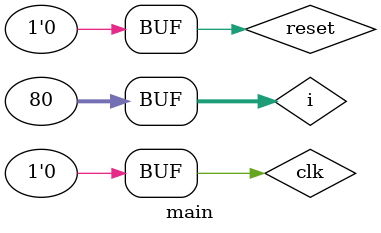
<source format=v>
`timescale 1ns / 1ps


module main;
  reg clk,reset;  
  wire [31:0] o_instruction;
  wire [31:0] o_pc_cur;

  integer i;
  initial 
    begin
        clk=0; 
        for (i=0;i<80;i=i+1) //the number of counting
		begin
		    #5 clk = ~clk;
		end

    end
    initial 
       begin
          reset=1;
          #6 reset=0;
       end
       
    
	
	// unit under test (UUT)
	mips_processor proc(.clk(clk),.reset(reset),.instruction(o_instruction),.o_pc(o_pc_cur));
endmodule

</source>
